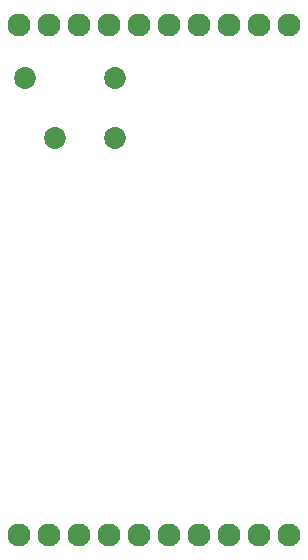
<source format=gbr>
%TF.GenerationSoftware,KiCad,Pcbnew,8.0.8*%
%TF.CreationDate,2025-02-03T20:56:19-05:00*%
%TF.ProjectId,RTDS Control Module,52544453-2043-46f6-9e74-726f6c204d6f,rev?*%
%TF.SameCoordinates,Original*%
%TF.FileFunction,Soldermask,Bot*%
%TF.FilePolarity,Negative*%
%FSLAX46Y46*%
G04 Gerber Fmt 4.6, Leading zero omitted, Abs format (unit mm)*
G04 Created by KiCad (PCBNEW 8.0.8) date 2025-02-03 20:56:19*
%MOMM*%
%LPD*%
G01*
G04 APERTURE LIST*
%ADD10C,1.854000*%
%ADD11C,1.954000*%
G04 APERTURE END LIST*
D10*
%TO.C,K1*%
X53890000Y-34980000D03*
X58970000Y-34980000D03*
X58970000Y-29900000D03*
X51350000Y-29900000D03*
%TD*%
D11*
%TO.C,J1*%
X50800000Y-68580000D03*
X53340000Y-68580000D03*
X55880000Y-68580000D03*
X58420000Y-68580000D03*
X60960000Y-68580000D03*
X63500000Y-68580000D03*
X66040000Y-68580000D03*
X68580000Y-68580000D03*
X71120000Y-68580000D03*
X73660000Y-68580000D03*
%TD*%
%TO.C,J1*%
X50800000Y-25400000D03*
X53340000Y-25400000D03*
X55880000Y-25400000D03*
X58420000Y-25400000D03*
X60960000Y-25400000D03*
X63500000Y-25400000D03*
X66040000Y-25400000D03*
X68580000Y-25400000D03*
X71120000Y-25400000D03*
X73660000Y-25400000D03*
%TD*%
M02*

</source>
